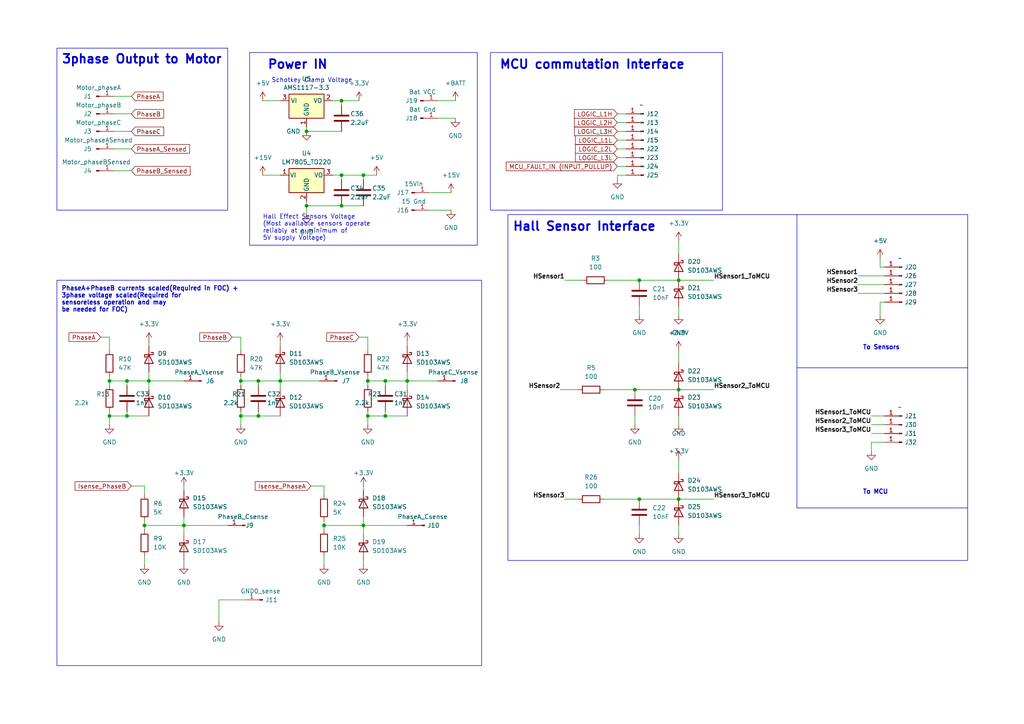
<source format=kicad_sch>
(kicad_sch (version 20250114) (generator "eeschema") (generator_version "9.0")
  (paper "A4")
  (lib_symbols
    (symbol "Connector:Conn_01x01_Pin" (pin_names (offset 1.016) (hide yes))
      (property "Reference" "J" (at 0 2.54 0))
      (property "Value" "Conn_01x01_Pin" (at 0 -2.54 0))
      (symbol "Conn_01x01_Pin_1_1"
        (rectangle (start 0.8636 0.127) (end 0 -0.127) (stroke (width 0.1524)) (fill (type outline)))
        (polyline (pts (xy 1.27 0) (xy 0.8636 0)) (stroke (width 0.1524)))
        (pin passive line (at 5.08 0 180) (length 3.81) (name "Pin_1") (number "1"))
      )
    )
    (symbol "Device:C" (pin_numbers (hide yes)) (pin_names (offset 0.254))
      (property "Reference" "C" (at 0.635 2.54 0))
      (property "Value" "C" (at 0.635 -2.54 0))
      (symbol "C_0_1"
        (polyline (pts (xy -2.032 0.762) (xy 2.032 0.762)) (stroke (width 0.508)))
        (polyline (pts (xy -2.032 -0.762) (xy 2.032 -0.762)) (stroke (width 0.508)))
      )
      (symbol "C_1_1"
        (pin passive line (at 0 3.81 270) (length 2.794) (name "~") (number "1"))
        (pin passive line (at 0 -3.81 90) (length 2.794) (name "~") (number "2"))
      )
    )
    (symbol "Device:D_Schottky" (pin_numbers (hide yes)) (pin_names (offset 1.016) (hide yes))
      (property "Reference" "D" (at 0 2.54 0))
      (property "Value" "D_Schottky" (at 0 -2.54 0))
      (symbol "D_Schottky_0_1"
        (polyline (pts (xy -1.905 0.635) (xy -1.905 1.27) (xy -1.27 1.27) (xy -1.27 -1.27) (xy -0.635 -1.27) (xy -0.635 -0.635)) (stroke (width 0.254)))
        (polyline (pts (xy 1.27 1.27) (xy 1.27 -1.27) (xy -1.27 0) (xy 1.27 1.27)) (stroke (width 0.254)))
        (polyline (pts (xy 1.27 0) (xy -1.27 0)))
      )
      (symbol "D_Schottky_1_1"
        (pin passive line (at -3.81 0 0) (length 2.54) (name "K") (number "1"))
        (pin passive line (at 3.81 0 180) (length 2.54) (name "A") (number "2"))
      )
    )
    (symbol "Device:R" (pin_numbers (hide yes)) (pin_names (offset 0))
      (property "Reference" "R" (at 2.032 0 90))
      (property "Value" "R" (at 0 0 90))
      (symbol "R_0_1"
        (rectangle (start -1.016 -2.54) (end 1.016 2.54) (stroke (width 0.254)))
      )
      (symbol "R_1_1"
        (pin passive line (at 0 3.81 270) (length 1.27) (name "~") (number "1"))
        (pin passive line (at 0 -3.81 90) (length 1.27) (name "~") (number "2"))
      )
    )
    (symbol "Regulator_Linear:AMS1117-3.3"
      (property "Reference" "U" (at -3.81 3.175 0))
      (property "Value" "AMS1117-3.3" (at 0 3.175 0))
      (symbol "AMS1117-3.3_0_1"
        (rectangle (start -5.08 -5.08) (end 5.08 1.905) (stroke (width 0.254)) (fill (type background)))
      )
      (symbol "AMS1117-3.3_1_1"
        (pin power_in line (at -7.62 0 0) (length 2.54) (name "VI") (number "3"))
        (pin power_in line (at 0 -7.62 90) (length 2.54) (name "GND") (number "1"))
        (pin power_out line (at 7.62 0 180) (length 2.54) (name "VO") (number "2"))
      )
    )
    (symbol "Regulator_Linear:LM7805_TO220" (pin_names (offset 0.254))
      (property "Reference" "U" (at -3.81 3.175 0))
      (property "Value" "LM7805_TO220" (at 0 3.175 0))
      (symbol "LM7805_TO220_0_1"
        (rectangle (start -5.08 1.905) (end 5.08 -5.08) (stroke (width 0.254)) (fill (type background)))
      )
      (symbol "LM7805_TO220_1_1"
        (pin power_in line (at -7.62 0 0) (length 2.54) (name "VI") (number "1"))
        (pin power_in line (at 0 -7.62 90) (length 2.54) (name "GND") (number "2"))
        (pin power_out line (at 7.62 0 180) (length 2.54) (name "VO") (number "3"))
      )
    )
    (symbol "power:+15V" (power) (pin_names (offset 0))
      (property "Value" "+15V" (at 0 3.556 0))
      (symbol "+15V_0_1"
        (polyline (pts (xy -0.762 1.27) (xy 0 2.54)))
        (polyline (pts (xy 0 2.54) (xy 0.762 1.27)))
        (polyline (pts (xy 0 0) (xy 0 2.54)))
      )
      (symbol "+15V_1_1"
        (pin power_in line (at 0 0 90) (length 0) (hide yes) (name "+15V") (number "1"))
      )
    )
    (symbol "power:+3.3V" (power) (pin_names (offset 0))
      (property "Value" "+3.3V" (at 0 3.556 0))
      (symbol "+3.3V_0_1"
        (polyline (pts (xy -0.762 1.27) (xy 0 2.54)))
        (polyline (pts (xy 0 2.54) (xy 0.762 1.27)))
        (polyline (pts (xy 0 0) (xy 0 2.54)))
      )
      (symbol "+3.3V_1_1"
        (pin power_in line (at 0 0 90) (length 0) (hide yes) (name "+3.3V") (number "1"))
      )
    )
    (symbol "power:+5V" (power) (pin_names (offset 0))
      (property "Value" "+5V" (at 0 3.556 0))
      (symbol "+5V_0_1"
        (polyline (pts (xy -0.762 1.27) (xy 0 2.54)))
        (polyline (pts (xy 0 2.54) (xy 0.762 1.27)))
        (polyline (pts (xy 0 0) (xy 0 2.54)))
      )
      (symbol "+5V_1_1"
        (pin power_in line (at 0 0 90) (length 0) (hide yes) (name "+5V") (number "1"))
      )
    )
    (symbol "power:+BATT" (power) (pin_names (offset 0))
      (property "Value" "+BATT" (at 0 3.556 0))
      (symbol "+BATT_0_1"
        (polyline (pts (xy -0.762 1.27) (xy 0 2.54)))
        (polyline (pts (xy 0 2.54) (xy 0.762 1.27)))
        (polyline (pts (xy 0 0) (xy 0 2.54)))
      )
      (symbol "+BATT_1_1"
        (pin power_in line (at 0 0 90) (length 0) (hide yes) (name "+BATT") (number "1"))
      )
    )
    (symbol "power:GND" (power) (pin_names (offset 0))
      (property "Value" "GND" (at 0 -3.81 0))
      (symbol "GND_0_1"
        (polyline (pts (xy 0 0) (xy 0 -1.27) (xy 1.27 -1.27) (xy 0 -2.54) (xy -1.27 -1.27) (xy 0 -1.27)))
      )
      (symbol "GND_1_1"
        (pin power_in line (at 0 0 270) (length 0) (hide yes) (name "GND") (number "1"))
      )
    )
  )
  (rectangle (start 72.39 15.24) (end 138.43 71.12))
  (rectangle (start 16.51 13.97) (end 66.04 60.96))
  (rectangle (start 142.24 15.24) (end 209.55 60.96))
  (rectangle (start 16.51 81.28) (end 139.7 193.04))
  (rectangle (start 147.32 62.23) (end 280.67 162.56))
  (text "Schotkey Clamp Voltage\n" (at 78.74 24.13 0) (effects (font (size 1.27 1.27)) (justify left bottom)))
  (text "To MCU\n" (at 250.19 143.51 0) (effects (font (size 1.27 1.27) (bold yes)) (justify left bottom)))
  (text "PhaseA+PhaseB currents scaled(Required in FOC) +\n3phase voltage scaled(Required for\nsensoreless operation and may\nbe needed for FOC)\n\n" (at 17.78 92.71 0) (effects (font (size 1.27 1.27) (bold yes)) (justify left bottom)))
  (text "Hall Effect Sensors Voltage\n(Most available sensors operate\nreliably at a minimum of\n5V supply Voltage)\n" (at 76.2 69.85 0) (effects (font (size 1.27 1.27)) (justify left bottom)))
  (text "3phase Output to Motor\n\n" (at 17.78 22.86 0) (effects (font (size 2.54 2.54) (bold yes)) (justify left bottom)))
  (text "MCU commutation Interface\n" (at 144.78 20.32 0) (effects (font (size 2.54 2.54) (bold yes)) (justify left bottom)))
  (text "Power IN\n" (at 77.47 20.32 0) (effects (font (size 2.54 2.54) (bold yes)) (justify left bottom)))
  (text "Hall Sensor Interface\n" (at 148.59 67.31 0) (effects (font (size 2.54 2.54) (bold yes)) (justify left bottom)))
  (text "To Sensors\n" (at 250.19 101.6 0) (effects (font (size 1.27 1.27) (bold yes)) (justify left bottom)))
  (junction (at 69.85 120.65))
  (junction (at 31.75 120.65))
  (junction (at 81.28 110.49))
  (junction (at 196.85 144.78))
  (junction (at 99.06 50.8))
  (junction (at 88.9 59.69))
  (junction (at 118.11 110.49))
  (junction (at 106.68 120.65))
  (junction (at 105.41 50.8))
  (junction (at 106.68 110.49))
  (junction (at 36.83 120.65))
  (junction (at 93.98 152.4))
  (junction (at 69.85 110.49))
  (junction (at 111.76 110.49))
  (junction (at 111.76 120.65))
  (junction (at 196.85 81.28))
  (junction (at 31.75 110.49))
  (junction (at 53.34 152.4))
  (junction (at 185.42 81.28))
  (junction (at 43.18 110.49))
  (junction (at 105.41 152.4))
  (junction (at 74.93 120.65))
  (junction (at 99.06 29.21))
  (junction (at 184.15 113.03))
  (junction (at 196.85 113.03))
  (junction (at 74.93 110.49))
  (junction (at 88.9 38.1))
  (junction (at 41.91 152.4))
  (junction (at 36.83 110.49))
  (junction (at 99.06 59.69))
  (junction (at 185.42 144.78))
  (wire (pts (xy 118.11 99.06) (xy 118.11 100.33)))
  (wire (pts (xy 179.07 33.02) (xy 181.61 33.02)))
  (wire (pts (xy 90.17 140.97) (xy 93.98 140.97)))
  (wire (pts (xy 106.68 110.49) (xy 106.68 111.76)))
  (wire (pts (xy 43.18 110.49) (xy 53.34 110.49)))
  (wire (pts (xy 179.07 45.72) (xy 181.61 45.72)))
  (wire (pts (xy 162.56 113.03) (xy 167.64 113.03)))
  (wire (pts (xy 248.92 85.09) (xy 256.54 85.09)))
  (wire (pts (xy 74.93 110.49) (xy 81.28 110.49)))
  (wire (pts (xy 33.02 43.18) (xy 38.1 43.18)))
  (wire (pts (xy 33.02 27.94) (xy 38.1 27.94)))
  (wire (pts (xy 74.93 119.38) (xy 74.93 120.65)))
  (wire (pts (xy 93.98 152.4) (xy 93.98 153.67)))
  (wire (pts (xy 179.07 40.64) (xy 181.61 40.64)))
  (wire (pts (xy 196.85 133.35) (xy 196.85 137.16)))
  (wire (pts (xy 105.41 162.56) (xy 105.41 163.83)))
  (wire (pts (xy 105.41 50.8) (xy 109.22 50.8)))
  (wire (pts (xy 69.85 120.65) (xy 69.85 123.19)))
  (wire (pts (xy 53.34 149.86) (xy 53.34 152.4)))
  (polyline (pts (xy 231.14 106.68) (xy 231.14 147.32)))
  (wire (pts (xy 69.85 119.38) (xy 69.85 120.65)))
  (wire (pts (xy 53.34 152.4) (xy 53.34 154.94)))
  (wire (pts (xy 255.27 77.47) (xy 256.54 77.47)))
  (wire (pts (xy 179.07 50.8) (xy 179.07 52.07)))
  (wire (pts (xy 93.98 152.4) (xy 105.41 152.4)))
  (wire (pts (xy 81.28 110.49) (xy 92.71 110.49)))
  (wire (pts (xy 74.93 110.49) (xy 74.93 111.76)))
  (wire (pts (xy 252.73 125.73) (xy 256.54 125.73)))
  (wire (pts (xy 41.91 140.97) (xy 41.91 143.51)))
  (wire (pts (xy 67.31 97.79) (xy 69.85 97.79)))
  (wire (pts (xy 31.75 109.22) (xy 31.75 110.49)))
  (wire (pts (xy 53.34 162.56) (xy 53.34 163.83)))
  (wire (pts (xy 124.46 55.88) (xy 130.81 55.88)))
  (wire (pts (xy 105.41 50.8) (xy 105.41 52.07)))
  (wire (pts (xy 99.06 29.21) (xy 104.14 29.21)))
  (wire (pts (xy 196.85 120.65) (xy 196.85 123.19)))
  (polyline (pts (xy 231.14 147.32) (xy 280.67 147.32)))
  (wire (pts (xy 69.85 110.49) (xy 74.93 110.49)))
  (wire (pts (xy 93.98 161.29) (xy 93.98 163.83)))
  (wire (pts (xy 111.76 120.65) (xy 118.11 120.65)))
  (wire (pts (xy 111.76 110.49) (xy 111.76 111.76)))
  (wire (pts (xy 33.02 38.1) (xy 38.1 38.1)))
  (wire (pts (xy 175.26 113.03) (xy 184.15 113.03)))
  (wire (pts (xy 252.73 120.65) (xy 256.54 120.65)))
  (wire (pts (xy 106.68 120.65) (xy 111.76 120.65)))
  (wire (pts (xy 53.34 140.97) (xy 53.34 142.24)))
  (wire (pts (xy 99.06 50.8) (xy 99.06 52.07)))
  (wire (pts (xy 69.85 97.79) (xy 69.85 101.6)))
  (wire (pts (xy 38.1 140.97) (xy 41.91 140.97)))
  (wire (pts (xy 106.68 119.38) (xy 106.68 120.65)))
  (wire (pts (xy 106.68 97.79) (xy 106.68 101.6)))
  (wire (pts (xy 99.06 29.21) (xy 99.06 30.48)))
  (wire (pts (xy 29.21 97.79) (xy 31.75 97.79)))
  (wire (pts (xy 252.73 123.19) (xy 256.54 123.19)))
  (wire (pts (xy 96.52 29.21) (xy 99.06 29.21)))
  (wire (pts (xy 106.68 120.65) (xy 106.68 123.19)))
  (wire (pts (xy 31.75 110.49) (xy 31.75 111.76)))
  (wire (pts (xy 63.5 173.99) (xy 71.12 173.99)))
  (wire (pts (xy 118.11 110.49) (xy 118.11 113.03)))
  (wire (pts (xy 118.11 107.95) (xy 118.11 110.49)))
  (wire (pts (xy 36.83 110.49) (xy 36.83 111.76)))
  (wire (pts (xy 105.41 140.97) (xy 105.41 142.24)))
  (wire (pts (xy 106.68 109.22) (xy 106.68 110.49)))
  (wire (pts (xy 99.06 50.8) (xy 105.41 50.8)))
  (wire (pts (xy 43.18 107.95) (xy 43.18 110.49)))
  (wire (pts (xy 88.9 59.69) (xy 99.06 59.69)))
  (wire (pts (xy 111.76 110.49) (xy 118.11 110.49)))
  (wire (pts (xy 88.9 38.1) (xy 99.06 38.1)))
  (wire (pts (xy 43.18 110.49) (xy 43.18 113.03)))
  (wire (pts (xy 69.85 110.49) (xy 69.85 111.76)))
  (wire (pts (xy 196.85 88.9) (xy 196.85 91.44)))
  (wire (pts (xy 248.92 80.01) (xy 256.54 80.01)))
  (wire (pts (xy 105.41 152.4) (xy 118.11 152.4)))
  (wire (pts (xy 81.28 107.95) (xy 81.28 110.49)))
  (wire (pts (xy 41.91 151.13) (xy 41.91 152.4)))
  (wire (pts (xy 76.2 29.21) (xy 81.28 29.21)))
  (wire (pts (xy 31.75 120.65) (xy 31.75 123.19)))
  (wire (pts (xy 248.92 82.55) (xy 256.54 82.55)))
  (wire (pts (xy 31.75 120.65) (xy 36.83 120.65)))
  (wire (pts (xy 127 29.21) (xy 132.08 29.21)))
  (wire (pts (xy 185.42 144.78) (xy 196.85 144.78)))
  (wire (pts (xy 175.26 144.78) (xy 185.42 144.78)))
  (wire (pts (xy 196.85 81.28) (xy 207.01 81.28)))
  (wire (pts (xy 256.54 87.63) (xy 255.27 87.63)))
  (wire (pts (xy 69.85 120.65) (xy 74.93 120.65)))
  (wire (pts (xy 31.75 97.79) (xy 31.75 101.6)))
  (wire (pts (xy 36.83 119.38) (xy 36.83 120.65)))
  (wire (pts (xy 105.41 149.86) (xy 105.41 152.4)))
  (wire (pts (xy 163.83 144.78) (xy 167.64 144.78)))
  (wire (pts (xy 252.73 128.27) (xy 252.73 130.81)))
  (wire (pts (xy 106.68 110.49) (xy 111.76 110.49)))
  (wire (pts (xy 256.54 128.27) (xy 252.73 128.27)))
  (wire (pts (xy 36.83 110.49) (xy 43.18 110.49)))
  (wire (pts (xy 63.5 180.34) (xy 63.5 173.99)))
  (wire (pts (xy 196.85 144.78) (xy 207.01 144.78)))
  (wire (pts (xy 179.07 43.18) (xy 181.61 43.18)))
  (wire (pts (xy 81.28 99.06) (xy 81.28 100.33)))
  (wire (pts (xy 74.93 120.65) (xy 81.28 120.65)))
  (wire (pts (xy 196.85 113.03) (xy 207.01 113.03)))
  (wire (pts (xy 96.52 50.8) (xy 99.06 50.8)))
  (wire (pts (xy 255.27 74.93) (xy 255.27 77.47)))
  (wire (pts (xy 31.75 119.38) (xy 31.75 120.65)))
  (wire (pts (xy 184.15 120.65) (xy 184.15 123.19)))
  (polyline (pts (xy 231.14 62.23) (xy 231.14 106.68)))
  (wire (pts (xy 93.98 151.13) (xy 93.98 152.4)))
  (wire (pts (xy 88.9 59.69) (xy 88.9 62.23)))
  (wire (pts (xy 93.98 140.97) (xy 93.98 143.51)))
  (wire (pts (xy 76.2 50.8) (xy 81.28 50.8)))
  (polyline (pts (xy 231.14 106.68) (xy 280.67 106.68)))
  (wire (pts (xy 118.11 110.49) (xy 127 110.49)))
  (wire (pts (xy 179.07 35.56) (xy 181.61 35.56)))
  (wire (pts (xy 41.91 152.4) (xy 41.91 153.67)))
  (wire (pts (xy 69.85 109.22) (xy 69.85 110.49)))
  (wire (pts (xy 81.28 110.49) (xy 81.28 113.03)))
  (wire (pts (xy 163.83 81.28) (xy 168.91 81.28)))
  (wire (pts (xy 33.02 33.02) (xy 38.1 33.02)))
  (wire (pts (xy 43.18 99.06) (xy 43.18 100.33)))
  (wire (pts (xy 41.91 152.4) (xy 53.34 152.4)))
  (wire (pts (xy 179.07 48.26) (xy 181.61 48.26)))
  (wire (pts (xy 104.14 97.79) (xy 106.68 97.79)))
  (wire (pts (xy 41.91 161.29) (xy 41.91 163.83)))
  (wire (pts (xy 111.76 119.38) (xy 111.76 120.65)))
  (wire (pts (xy 196.85 69.85) (xy 196.85 73.66)))
  (wire (pts (xy 127 34.29) (xy 132.08 34.29)))
  (wire (pts (xy 53.34 152.4) (xy 66.04 152.4)))
  (wire (pts (xy 179.07 38.1) (xy 181.61 38.1)))
  (wire (pts (xy 88.9 36.83) (xy 88.9 38.1)))
  (wire (pts (xy 176.53 81.28) (xy 185.42 81.28)))
  (wire (pts (xy 33.02 49.53) (xy 38.1 49.53)))
  (wire (pts (xy 196.85 101.6) (xy 196.85 105.41)))
  (wire (pts (xy 185.42 81.28) (xy 196.85 81.28)))
  (wire (pts (xy 184.15 113.03) (xy 196.85 113.03)))
  (wire (pts (xy 99.06 59.69) (xy 105.41 59.69)))
  (wire (pts (xy 185.42 152.4) (xy 185.42 154.94)))
  (wire (pts (xy 124.46 60.96) (xy 130.81 60.96)))
  (wire (pts (xy 88.9 58.42) (xy 88.9 59.69)))
  (wire (pts (xy 179.07 50.8) (xy 181.61 50.8)))
  (wire (pts (xy 185.42 88.9) (xy 185.42 91.44)))
  (wire (pts (xy 36.83 120.65) (xy 43.18 120.65)))
  (wire (pts (xy 255.27 87.63) (xy 255.27 91.44)))
  (wire (pts (xy 31.75 110.49) (xy 36.83 110.49)))
  (wire (pts (xy 105.41 152.4) (xy 105.41 154.94)))
  (wire (pts (xy 196.85 152.4) (xy 196.85 154.94)))
  (label "HSensor3" (at 163.83 144.78 180) (effects (font (bold yes))))
  (label "HSensor3_ToMCU" (at 207.01 144.78 0) (effects (font (bold yes))))
  (label "HSensor3_ToMCU" (at 252.73 125.73 180) (effects (font (bold yes))))
  (label "HSensor2" (at 248.92 82.55 180) (effects (font (bold yes))))
  (label "HSensor1" (at 248.92 80.01 180) (effects (font (bold yes))))
  (label "HSensor3" (at 248.92 85.09 180) (effects (font (bold yes))))
  (label "HSensor1" (at 163.83 81.28 180) (effects (font (bold yes))))
  (label "HSensor2_ToMCU" (at 252.73 123.19 180) (effects (font (bold yes))))
  (label "HSensor2_ToMCU" (at 207.01 113.03 0) (effects (font (bold yes))))
  (label "HSensor1_ToMCU" (at 252.73 120.65 180) (effects (font (bold yes))))
  (label "HSensor2" (at 162.56 113.03 180) (effects (font (bold yes))))
  (label "HSensor1_ToMCU" (at 207.01 81.28 0) (effects (font (bold yes))))
  (global_label "PhaseB_Sensed" (shape input) (at 38.1 49.53 0) (property "Intersheetrefs" "${INTERSHEET_REFS}" (effects (hide yes))))
  (global_label "PhaseC" (shape input) (at 38.1 38.1 0) (property "Intersheetrefs" "${INTERSHEET_REFS}" (effects (hide yes))))
  (global_label "LOGIC_L2H" (shape input) (at 179.07 35.56 180) (property "Intersheetrefs" "${INTERSHEET_REFS}" (effects (hide yes))))
  (global_label "LOGIC_L3H" (shape input) (at 179.07 38.1 180) (property "Intersheetrefs" "${INTERSHEET_REFS}" (effects (hide yes))))
  (global_label "PhaseA" (shape input) (at 38.1 27.94 0) (property "Intersheetrefs" "${INTERSHEET_REFS}" (effects (hide yes))))
  (global_label "LOGIC_L1L" (shape input) (at 179.07 40.64 180) (property "Intersheetrefs" "${INTERSHEET_REFS}" (effects (hide yes))))
  (global_label "LOGIC_L3L" (shape input) (at 179.07 45.72 180) (property "Intersheetrefs" "${INTERSHEET_REFS}" (effects (hide yes))))
  (global_label "LOGIC_L2L" (shape input) (at 179.07 43.18 180) (property "Intersheetrefs" "${INTERSHEET_REFS}" (effects (hide yes))))
  (global_label "Isense_PhaseB" (shape input) (at 38.1 140.97 180) (property "Intersheetrefs" "${INTERSHEET_REFS}" (effects (hide yes))))
  (global_label "PhaseB" (shape input) (at 38.1 33.02 0) (property "Intersheetrefs" "${INTERSHEET_REFS}" (effects (hide yes))))
  (global_label "PhaseA" (shape input) (at 29.21 97.79 180) (property "Intersheetrefs" "${INTERSHEET_REFS}" (effects (hide yes))))
  (global_label "PhaseC" (shape input) (at 104.14 97.79 180) (property "Intersheetrefs" "${INTERSHEET_REFS}" (effects (hide yes))))
  (global_label "MCU_FAULT_IN (INPUT_PULLUP)" (shape input) (at 179.07 48.26 180) (property "Intersheetrefs" "${INTERSHEET_REFS}" (effects (hide yes))))
  (global_label "PhaseB" (shape input) (at 67.31 97.79 180) (property "Intersheetrefs" "${INTERSHEET_REFS}" (effects (hide yes))))
  (global_label "LOGIC_L1H" (shape input) (at 179.07 33.02 180) (property "Intersheetrefs" "${INTERSHEET_REFS}" (effects (hide yes))))
  (global_label "Isense_PhaseA" (shape input) (at 90.17 140.97 180) (property "Intersheetrefs" "${INTERSHEET_REFS}" (effects (hide yes))))
  (global_label "PhaseA_Sensed" (shape input) (at 38.1 43.18 0) (property "Intersheetrefs" "${INTERSHEET_REFS}" (effects (hide yes))))
  (symbol (lib_id "Connector:Conn_01x01_Pin") (at 186.69 45.72 180) (unit 1)
    (property "Reference" "J23" (at 189.23 45.72 0))
    (property "Value" "~" (at 186.055 43.18 0))
    (property "Footprint" "Connector_Wire:SolderWirePad_1x01_SMD_1x2mm" (effects (hide yes)))
  )
  (symbol (lib_id "Connector:Conn_01x01_Pin") (at 121.92 29.21 0) (unit 1)
    (property "Reference" "J19" (at 119.38 29.21 0))
    (property "Value" "Bat VCC" (at 122.555 26.67 0))
    (property "Footprint" "libMain:12AWG cableSoldered" (effects (hide yes)))
  )
  (symbol (lib_id "Connector:Conn_01x01_Pin") (at 186.69 50.8 180) (unit 1)
    (property "Reference" "J25" (at 189.23 50.8 0))
    (property "Value" "~" (at 186.055 48.26 0))
    (property "Footprint" "Connector_Wire:SolderWirePad_1x01_SMD_1x2mm" (effects (hide yes)))
  )
  (symbol (lib_id "Device:C") (at 185.42 85.09 0) (unit 1)
    (property "Reference" "C21" (at 189.23 83.82 0) (effects (justify left)))
    (property "Value" "10nF" (at 189.23 86.36 0) (effects (justify left)))
    (property "Footprint" "Capacitor_SMD:C_0805_2012Metric_Pad1.18x1.45mm_HandSolder" (effects (hide yes)))
  )
  (symbol (lib_id "Connector:Conn_01x01_Pin") (at 186.69 35.56 180) (unit 1)
    (property "Reference" "J13" (at 189.23 35.56 0))
    (property "Value" "~" (at 186.055 33.02 0))
    (property "Footprint" "Connector_Wire:SolderWirePad_1x01_SMD_1x2mm" (effects (hide yes)))
  )
  (symbol (lib_id "Device:C") (at 99.06 34.29 0) (unit 1)
    (property "Reference" "C36" (at 101.6 33.02 0) (effects (justify left)))
    (property "Value" "2.2uF" (at 101.6 35.56 0) (effects (justify left)))
    (property "Footprint" "Capacitor_SMD:C_0805_2012Metric_Pad1.18x1.45mm_HandSolder" (effects (hide yes)))
  )
  (symbol (lib_id "power:GND") (at 88.9 38.1 0) (unit 1)
    (property "Reference" "#PWR043" (effects (hide yes)))
    (property "Value" "GND" (at 85.09 38.1 0))
  )
  (symbol (lib_id "Connector:Conn_01x01_Pin") (at 261.62 120.65 180) (unit 1)
    (property "Reference" "J21" (at 264.16 120.65 0))
    (property "Value" "~" (at 260.985 118.11 0))
    (property "Footprint" "Connector_Wire:SolderWirePad_1x01_SMD_1x2mm" (effects (hide yes)))
  )
  (symbol (lib_id "Connector:Conn_01x01_Pin") (at 121.92 34.29 0) (unit 1)
    (property "Reference" "J18" (at 119.38 34.29 0))
    (property "Value" "Bat Gnd" (at 122.555 31.75 0))
    (property "Footprint" "libMain:12AWG cableSoldered" (effects (hide yes)))
  )
  (symbol (lib_id "power:GND") (at 252.73 130.81 0) (unit 1)
    (property "Reference" "#PWR048" (effects (hide yes)))
    (property "Value" "GND" (at 252.73 135.89 0))
  )
  (symbol (lib_id "Connector:Conn_01x01_Pin") (at 261.62 123.19 180) (unit 1)
    (property "Reference" "J30" (at 264.16 123.19 0))
    (property "Value" "~" (at 260.985 120.65 0))
    (property "Footprint" "Connector_Wire:SolderWirePad_1x01_SMD_1x2mm" (effects (hide yes)))
  )
  (symbol (lib_id "Device:D_Schottky") (at 43.18 104.14 270) (unit 1)
    (property "Reference" "D9" (at 45.72 102.5525 90) (effects (justify left)))
    (property "Value" "SD103AWS" (at 45.72 105.0925 90) (effects (justify left)))
    (property "Footprint" "Diode_SMD:D_SOD-323_HandSoldering" (effects (hide yes)))
  )
  (symbol (lib_id "Device:R") (at 106.68 115.57 0) (unit 1)
    (property "Reference" "R23" (at 106.68 114.3 0) (effects (justify left)))
    (property "Value" "2.2k" (at 102.87 116.84 0) (effects (justify left)))
    (property "Footprint" "PCM_Resistor_SMD_AKL:R_0805_2012Metric_Pad1.15x1.40mm_HandSolder" (effects (hide yes)))
  )
  (symbol (lib_id "Device:D_Schottky") (at 196.85 109.22 270) (unit 1)
    (property "Reference" "D22" (at 199.39 107.6325 90) (effects (justify left)))
    (property "Value" "SD103AWS" (at 199.39 110.1725 90) (effects (justify left)))
    (property "Footprint" "Diode_SMD:D_SOD-323_HandSoldering" (effects (hide yes)))
  )
  (symbol (lib_id "Device:D_Schottky") (at 196.85 140.97 270) (unit 1)
    (property "Reference" "D24" (at 199.39 139.3825 90) (effects (justify left)))
    (property "Value" "SD103AWS" (at 199.39 141.9225 90) (effects (justify left)))
    (property "Footprint" "Diode_SMD:D_SOD-323_HandSoldering" (effects (hide yes)))
  )
  (symbol (lib_id "Connector:Conn_01x01_Pin") (at 97.79 110.49 180) (unit 1)
    (property "Reference" "J7" (at 100.33 110.49 0))
    (property "Value" "PhaseB_Vsense" (at 97.155 107.95 0))
    (property "Footprint" "Connector_Wire:SolderWire-0.5sqmm_1x01_D0.9mm_OD2.3mm" (effects (hide yes)))
  )
  (symbol (lib_id "power:+3.3V") (at 118.11 99.06 0) (unit 1)
    (property "Reference" "#PWR032" (effects (hide yes)))
    (property "Value" "+3.3V" (at 118.11 93.98 0))
  )
  (symbol (lib_id "power:+3.3V") (at 196.85 69.85 0) (unit 1)
    (property "Reference" "#PWR052" (effects (hide yes)))
    (property "Value" "+3.3V" (at 196.85 64.77 0))
  )
  (symbol (lib_id "Device:R") (at 171.45 113.03 90) (unit 1)
    (property "Reference" "R5" (at 171.45 106.68 90))
    (property "Value" "100" (at 171.45 109.22 90))
    (property "Footprint" "Resistor_SMD:R_1206_3216Metric_Pad1.30x1.75mm_HandSolder" (effects (hide yes)))
  )
  (symbol (lib_id "power:GND") (at 132.08 34.29 0) (unit 1)
    (property "Reference" "#PWR045" (effects (hide yes)))
    (property "Value" "GND" (at 132.08 39.37 0))
  )
  (symbol (lib_id "Device:R") (at 172.72 81.28 90) (unit 1)
    (property "Reference" "R3" (at 172.72 74.93 90))
    (property "Value" "100" (at 172.72 77.47 90))
    (property "Footprint" "Resistor_SMD:R_1206_3216Metric_Pad1.30x1.75mm_HandSolder" (effects (hide yes)))
  )
  (symbol (lib_id "power:+3.3V") (at 81.28 99.06 0) (unit 1)
    (property "Reference" "#PWR030" (effects (hide yes)))
    (property "Value" "+3.3V" (at 81.28 93.98 0))
  )
  (symbol (lib_id "power:GND") (at 63.5 180.34 0) (unit 1)
    (property "Reference" "#PWR019" (effects (hide yes)))
    (property "Value" "GND" (at 63.5 185.42 0))
  )
  (symbol (lib_id "Connector:Conn_01x01_Pin") (at 123.19 152.4 180) (unit 1)
    (property "Reference" "J10" (at 125.73 152.4 0))
    (property "Value" "PhaseA_Csense" (at 122.555 149.86 0))
    (property "Footprint" "Connector_Wire:SolderWire-0.5sqmm_1x01_D0.9mm_OD2.3mm" (effects (hide yes)))
  )
  (symbol (lib_id "Device:R") (at 69.85 105.41 0) (unit 1)
    (property "Reference" "R20" (at 72.39 104.14 0) (effects (justify left)))
    (property "Value" "47K" (at 72.39 106.68 0) (effects (justify left)))
    (property "Footprint" "PCM_Resistor_SMD_AKL:R_0805_2012Metric_Pad1.15x1.40mm_HandSolder" (effects (hide yes)))
  )
  (symbol (lib_id "Connector:Conn_01x01_Pin") (at 261.62 87.63 180) (unit 1)
    (property "Reference" "J29" (at 264.16 87.63 0))
    (property "Value" "~" (at 260.985 85.09 0))
    (property "Footprint" "Connector_Wire:SolderWire-1sqmm_1x01_D1.4mm_OD3.9mm" (effects (hide yes)))
  )
  (symbol (lib_id "power:GND") (at 130.81 60.96 0) (unit 1)
    (property "Reference" "#PWR044" (effects (hide yes)))
    (property "Value" "GND" (at 130.81 66.04 0))
  )
  (symbol (lib_id "Device:D_Schottky") (at 196.85 85.09 270) (unit 1)
    (property "Reference" "D21" (at 199.39 83.5025 90) (effects (justify left)))
    (property "Value" "SD103AWS" (at 199.39 86.0425 90) (effects (justify left)))
    (property "Footprint" "Diode_SMD:D_SOD-323_HandSoldering" (effects (hide yes)))
  )
  (symbol (lib_id "Connector:Conn_01x01_Pin") (at 119.38 60.96 0) (unit 1)
    (property "Reference" "J16" (at 116.84 60.96 0))
    (property "Value" "15 Gnd" (at 120.015 58.42 0))
    (property "Footprint" "Connector_Wire:SolderWire-0.75sqmm_1x01_D1.25mm_OD3.5mm" (effects (hide yes)))
  )
  (symbol (lib_id "Device:C") (at 99.06 55.88 0) (unit 1)
    (property "Reference" "C34" (at 101.6 54.61 0) (effects (justify left)))
    (property "Value" "2.2uF" (at 101.6 57.15 0) (effects (justify left)))
    (property "Footprint" "Capacitor_SMD:C_0805_2012Metric_Pad1.18x1.45mm_HandSolder" (effects (hide yes)))
  )
  (symbol (lib_id "Device:D_Schottky") (at 81.28 116.84 270) (unit 1)
    (property "Reference" "D12" (at 83.82 115.2525 90) (effects (justify left)))
    (property "Value" "SD103AWS" (at 83.82 117.7925 90) (effects (justify left)))
    (property "Footprint" "Diode_SMD:D_SOD-323_HandSoldering" (effects (hide yes)))
  )
  (symbol (lib_id "Connector:Conn_01x01_Pin") (at 27.94 49.53 0) (unit 1)
    (property "Reference" "J4" (at 25.4 49.53 0))
    (property "Value" "Motor_phaseBSensed" (at 27.94 46.99 0))
    (property "Footprint" "libMain:10AWG cableSoldered" (effects (hide yes)))
  )
  (symbol (lib_id "power:GND") (at 196.85 91.44 0) (unit 1)
    (property "Reference" "#PWR055" (effects (hide yes)))
    (property "Value" "GND" (at 196.85 96.52 0))
  )
  (symbol (lib_id "Device:D_Schottky") (at 43.18 116.84 270) (unit 1)
    (property "Reference" "D10" (at 45.72 115.2525 90) (effects (justify left)))
    (property "Value" "SD103AWS" (at 45.72 117.7925 90) (effects (justify left)))
    (property "Footprint" "Diode_SMD:D_SOD-323_HandSoldering" (effects (hide yes)))
  )
  (symbol (lib_id "Connector:Conn_01x01_Pin") (at 261.62 77.47 180) (unit 1)
    (property "Reference" "J20" (at 264.16 77.47 0))
    (property "Value" "~" (at 260.985 74.93 0))
    (property "Footprint" "Connector_Wire:SolderWire-1sqmm_1x01_D1.4mm_OD3.9mm" (effects (hide yes)))
  )
  (symbol (lib_id "power:+3.3V") (at 196.85 133.35 0) (unit 1)
    (property "Reference" "#PWR056" (effects (hide yes)))
    (property "Value" "+3.3V" (at 196.85 130.81 0))
  )
  (symbol (lib_id "power:+3.3V") (at 53.34 140.97 0) (unit 1)
    (property "Reference" "#PWR033" (effects (hide yes)))
    (property "Value" "+3.3V" (at 53.34 137.16 0))
  )
  (symbol (lib_id "power:GND") (at 185.42 154.94 0) (unit 1)
    (property "Reference" "#PWR051" (effects (hide yes)))
    (property "Value" "GND" (at 185.42 160.02 0))
  )
  (symbol (lib_id "power:GND") (at 196.85 154.94 0) (unit 1)
    (property "Reference" "#PWR057" (effects (hide yes)))
    (property "Value" "GND" (at 196.85 160.02 0))
  )
  (symbol (lib_id "Device:C") (at 74.93 115.57 180) (unit 1)
    (property "Reference" "C32" (at 77.47 114.3 0) (effects (justify right)))
    (property "Value" "1nF" (at 77.47 116.84 0) (effects (justify right)))
    (property "Footprint" "Capacitor_SMD:C_0805_2012Metric_Pad1.18x1.45mm_HandSolder" (effects (hide yes)))
  )
  (symbol (lib_id "Device:R") (at 31.75 115.57 0) (unit 1)
    (property "Reference" "R13" (at 27.94 114.3 0) (effects (justify left)))
    (property "Value" "2.2k" (at 21.59 116.84 0) (effects (justify left)))
    (property "Footprint" "PCM_Resistor_SMD_AKL:R_0805_2012Metric_Pad1.15x1.40mm_HandSolder" (effects (hide yes)))
  )
  (symbol (lib_id "Connector:Conn_01x01_Pin") (at 27.94 38.1 0) (unit 1)
    (property "Reference" "J3" (at 25.4 38.1 0))
    (property "Value" "Motor_phaseC" (at 28.575 35.56 0))
    (property "Footprint" "libMain:10AWG cableSoldered" (effects (hide yes)))
  )
  (symbol (lib_id "power:GND") (at 184.15 123.19 0) (unit 1)
    (property "Reference" "#PWR050" (effects (hide yes)))
    (property "Value" "GND" (at 184.15 128.27 0))
  )
  (symbol (lib_id "Device:D_Schottky") (at 196.85 77.47 270) (unit 1)
    (property "Reference" "D20" (at 199.39 75.8825 90) (effects (justify left)))
    (property "Value" "SD103AWS" (at 199.39 78.4225 90) (effects (justify left)))
    (property "Footprint" "Diode_SMD:D_SOD-323_HandSoldering" (effects (hide yes)))
  )
  (symbol (lib_id "Connector:Conn_01x01_Pin") (at 27.94 33.02 0) (unit 1)
    (property "Reference" "J2" (at 25.4 33.02 0))
    (property "Value" "Motor_phaseB" (at 28.575 30.48 0))
    (property "Footprint" "libMain:10AWG cableSoldered" (effects (hide yes)))
  )
  (symbol (lib_id "Device:C") (at 105.41 55.88 0) (unit 1)
    (property "Reference" "C35" (at 107.95 54.61 0) (effects (justify left)))
    (property "Value" "2.2uF" (at 107.95 57.15 0) (effects (justify left)))
    (property "Footprint" "Capacitor_SMD:C_0805_2012Metric_Pad1.18x1.45mm_HandSolder" (effects (hide yes)))
  )
  (symbol (lib_id "power:+5V") (at 255.27 74.93 0) (unit 1)
    (property "Reference" "#PWR047" (effects (hide yes)))
    (property "Value" "+5V" (at 255.27 69.85 0))
  )
  (symbol (lib_id "Connector:Conn_01x01_Pin") (at 261.62 85.09 180) (unit 1)
    (property "Reference" "J28" (at 264.16 85.09 0))
    (property "Value" "~" (at 260.985 82.55 0))
    (property "Footprint" "Connector_Wire:SolderWire-1sqmm_1x01_D1.4mm_OD3.9mm" (effects (hide yes)))
  )
  (symbol (lib_id "Connector:Conn_01x01_Pin") (at 186.69 33.02 180) (unit 1)
    (property "Reference" "J12" (at 189.23 33.02 0))
    (property "Value" "~" (at 186.055 30.48 0))
    (property "Footprint" "Connector_Wire:SolderWirePad_1x01_SMD_1x2mm" (effects (hide yes)))
  )
  (symbol (lib_id "power:GND") (at 69.85 123.19 0) (unit 1)
    (property "Reference" "#PWR029" (effects (hide yes)))
    (property "Value" "GND" (at 69.85 128.27 0))
  )
  (symbol (lib_id "power:GND") (at 105.41 163.83 0) (unit 1)
    (property "Reference" "#PWR037" (effects (hide yes)))
    (property "Value" "GND" (at 105.41 168.91 0))
  )
  (symbol (lib_id "Device:R") (at 106.68 105.41 0) (unit 1)
    (property "Reference" "R22" (at 109.22 104.14 0) (effects (justify left)))
    (property "Value" "47K" (at 109.22 106.68 0) (effects (justify left)))
    (property "Footprint" "PCM_Resistor_SMD_AKL:R_0805_2012Metric_Pad1.15x1.40mm_HandSolder" (effects (hide yes)))
  )
  (symbol (lib_id "power:+3.3V") (at 196.85 101.6 0) (unit 1)
    (property "Reference" "#PWR053" (effects (hide yes)))
    (property "Value" "+3.3V" (at 196.85 96.52 0))
  )
  (symbol (lib_id "Connector:Conn_01x01_Pin") (at 261.62 128.27 180) (unit 1)
    (property "Reference" "J32" (at 264.16 128.27 0))
    (property "Value" "~" (at 260.985 125.73 0))
    (property "Footprint" "Connector_Wire:SolderWirePad_1x01_SMD_1x2mm" (effects (hide yes)))
  )
  (symbol (lib_id "Connector:Conn_01x01_Pin") (at 27.94 27.94 0) (unit 1)
    (property "Reference" "J1" (at 25.4 27.94 0))
    (property "Value" "Motor_phaseA" (at 28.575 25.4 0))
    (property "Footprint" "libMain:10AWG cableSoldered" (effects (hide yes)))
  )
  (symbol (lib_id "Connector:Conn_01x01_Pin") (at 58.42 110.49 180) (unit 1)
    (property "Reference" "J6" (at 60.96 110.49 0))
    (property "Value" "PhaseA_Vsense" (at 57.785 107.95 0))
    (property "Footprint" "Connector_Wire:SolderWire-0.5sqmm_1x01_D0.9mm_OD2.3mm" (effects (hide yes)))
  )
  (symbol (lib_id "power:GND") (at 41.91 163.83 0) (unit 1)
    (property "Reference" "#PWR020" (effects (hide yes)))
    (property "Value" "GND" (at 41.91 168.91 0))
  )
  (symbol (lib_id "Device:D_Schottky") (at 53.34 158.75 270) (unit 1)
    (property "Reference" "D17" (at 55.88 157.1625 90) (effects (justify left)))
    (property "Value" "SD103AWS" (at 55.88 159.7025 90) (effects (justify left)))
    (property "Footprint" "Diode_SMD:D_SOD-323_HandSoldering" (effects (hide yes)))
  )
  (symbol (lib_id "Device:R") (at 93.98 147.32 180) (unit 1)
    (property "Reference" "R24" (at 96.52 146.05 0) (effects (justify right)))
    (property "Value" "5K" (at 96.52 148.59 0) (effects (justify right)))
    (property "Footprint" "PCM_Resistor_SMD_AKL:R_1206_3216Metric_Pad1.30x1.75mm_HandSolder" (effects (hide yes)))
  )
  (symbol (lib_id "power:GND") (at 185.42 91.44 0) (unit 1)
    (property "Reference" "#PWR049" (effects (hide yes)))
    (property "Value" "GND" (at 185.42 96.52 0))
  )
  (symbol (lib_id "Connector:Conn_01x01_Pin") (at 76.2 173.99 180) (unit 1)
    (property "Reference" "J11" (at 78.74 173.99 0))
    (property "Value" "GND0_sense" (at 75.565 171.45 0))
    (property "Footprint" "Connector_Wire:SolderWire-0.5sqmm_1x01_D0.9mm_OD2.3mm" (effects (hide yes)))
  )
  (symbol (lib_id "Device:D_Schottky") (at 53.34 146.05 270) (unit 1)
    (property "Reference" "D15" (at 55.88 144.4625 90) (effects (justify left)))
    (property "Value" "SD103AWS" (at 55.88 147.0025 90) (effects (justify left)))
    (property "Footprint" "Diode_SMD:D_SOD-323_HandSoldering" (effects (hide yes)))
  )
  (symbol (lib_id "Regulator_Linear:AMS1117-3.3") (at 88.9 29.21 0) (unit 1)
    (property "Reference" "U5" (at 88.9 22.86 0))
    (property "Value" "AMS1117-3.3" (at 88.9 25.4 0))
    (property "Footprint" "Package_TO_SOT_SMD:SOT-223-3_TabPin2" (effects (hide yes)))
    (property "Datasheet" "http://www.advanced-monolithic.com/pdf/ds1117.pdf" (effects (hide yes)))
  )
  (symbol (lib_id "Device:C") (at 185.42 148.59 0) (unit 1)
    (property "Reference" "C22" (at 189.23 147.32 0) (effects (justify left)))
    (property "Value" "10nF" (at 189.23 149.86 0) (effects (justify left)))
    (property "Footprint" "Capacitor_SMD:C_0805_2012Metric_Pad1.18x1.45mm_HandSolder" (effects (hide yes)))
  )
  (symbol (lib_id "power:+15V") (at 76.2 50.8 0) (unit 1)
    (property "Reference" "#PWR01" (effects (hide yes)))
    (property "Value" "+15V" (at 76.2 45.72 0))
  )
  (symbol (lib_id "Device:C") (at 36.83 115.57 180) (unit 1)
    (property "Reference" "C33" (at 39.37 114.3 0) (effects (justify right)))
    (property "Value" "1nF" (at 39.37 116.84 0) (effects (justify right)))
    (property "Footprint" "Capacitor_SMD:C_0805_2012Metric_Pad1.18x1.45mm_HandSolder" (effects (hide yes)))
  )
  (symbol (lib_id "power:GND") (at 255.27 91.44 0) (unit 1)
    (property "Reference" "#PWR046" (effects (hide yes)))
    (property "Value" "GND" (at 255.27 96.52 0))
  )
  (symbol (lib_id "Device:D_Schottky") (at 118.11 116.84 270) (unit 1)
    (property "Reference" "D14" (at 120.65 115.2525 90) (effects (justify left)))
    (property "Value" "SD103AWS" (at 120.65 117.7925 90) (effects (justify left)))
    (property "Footprint" "Diode_SMD:D_SOD-323_HandSoldering" (effects (hide yes)))
  )
  (symbol (lib_id "Device:D_Schottky") (at 196.85 116.84 270) (unit 1)
    (property "Reference" "D23" (at 199.39 115.2525 90) (effects (justify left)))
    (property "Value" "SD103AWS" (at 199.39 117.7925 90) (effects (justify left)))
    (property "Footprint" "Diode_SMD:D_SOD-323_HandSoldering" (effects (hide yes)))
  )
  (symbol (lib_id "Connector:Conn_01x01_Pin") (at 261.62 125.73 180) (unit 1)
    (property "Reference" "J31" (at 264.16 125.73 0))
    (property "Value" "~" (at 260.985 123.19 0))
    (property "Footprint" "Connector_Wire:SolderWirePad_1x01_SMD_1x2mm" (effects (hide yes)))
  )
  (symbol (lib_id "Device:R") (at 69.85 115.57 0) (unit 1)
    (property "Reference" "R21" (at 67.31 114.3 0) (effects (justify left)))
    (property "Value" "2.2k" (at 64.77 116.84 0) (effects (justify left)))
    (property "Footprint" "PCM_Resistor_SMD_AKL:R_0805_2012Metric_Pad1.15x1.40mm_HandSolder" (effects (hide yes)))
  )
  (symbol (lib_id "power:GND") (at 196.85 123.19 0) (unit 1)
    (property "Reference" "#PWR054" (effects (hide yes)))
    (property "Value" "GND" (at 196.85 125.73 0))
  )
  (symbol (lib_id "Connector:Conn_01x01_Pin") (at 261.62 82.55 180) (unit 1)
    (property "Reference" "J27" (at 264.16 82.55 0))
    (property "Value" "~" (at 260.985 80.01 0))
    (property "Footprint" "Connector_Wire:SolderWire-1sqmm_1x01_D1.4mm_OD3.9mm" (effects (hide yes)))
  )
  (symbol (lib_id "power:+BATT") (at 132.08 29.21 0) (unit 1)
    (property "Reference" "#PWR041" (effects (hide yes)))
    (property "Value" "+BATT" (at 132.08 24.13 0))
  )
  (symbol (lib_id "Connector:Conn_01x01_Pin") (at 186.69 48.26 180) (unit 1)
    (property "Reference" "J24" (at 189.23 48.26 0))
    (property "Value" "~" (at 186.055 45.72 0))
    (property "Footprint" "Connector_Wire:SolderWirePad_1x01_SMD_1x2mm" (effects (hide yes)))
  )
  (symbol (lib_id "power:GND") (at 31.75 123.19 0) (unit 1)
    (property "Reference" "#PWR027" (effects (hide yes)))
    (property "Value" "GND" (at 31.75 128.27 0))
  )
  (symbol (lib_id "Device:R") (at 93.98 157.48 180) (unit 1)
    (property "Reference" "R25" (at 96.52 156.21 0) (effects (justify right)))
    (property "Value" "10K" (at 96.52 158.75 0) (effects (justify right)))
    (property "Footprint" "PCM_Resistor_SMD_AKL:R_1206_3216Metric_Pad1.30x1.75mm_HandSolder" (effects (hide yes)))
  )
  (symbol (lib_id "Connector:Conn_01x01_Pin") (at 119.38 55.88 0) (unit 1)
    (property "Reference" "J17" (at 116.84 55.88 0))
    (property "Value" "15Vin" (at 120.015 53.34 0))
    (property "Footprint" "Connector_Wire:SolderWire-0.75sqmm_1x01_D1.25mm_OD3.5mm" (effects (hide yes)))
  )
  (symbol (lib_id "power:+15V") (at 130.81 55.88 0) (unit 1)
    (property "Reference" "#PWR040" (effects (hide yes)))
    (property "Value" "+15V" (at 130.81 50.8 0))
  )
  (symbol (lib_id "Device:R") (at 171.45 144.78 90) (unit 1)
    (property "Reference" "R26" (at 171.45 138.43 90))
    (property "Value" "100" (at 171.45 140.97 90))
    (property "Footprint" "PCM_Resistor_SMD_AKL:R_1206_3216Metric_Pad1.30x1.75mm_HandSolder" (effects (hide yes)))
  )
  (symbol (lib_id "power:GND") (at 179.07 52.07 0) (unit 1)
    (property "Reference" "#PWR05" (effects (hide yes)))
    (property "Value" "GND" (at 179.07 57.15 0))
  )
  (symbol (lib_id "Device:R") (at 41.91 147.32 180) (unit 1)
    (property "Reference" "R6" (at 44.45 146.05 0) (effects (justify right)))
    (property "Value" "5K" (at 44.45 148.59 0) (effects (justify right)))
    (property "Footprint" "PCM_Resistor_SMD_AKL:R_1206_3216Metric_Pad1.30x1.75mm_HandSolder" (effects (hide yes)))
  )
  (symbol (lib_id "Connector:Conn_01x01_Pin") (at 27.94 43.18 0) (unit 1)
    (property "Reference" "J5" (at 25.4 43.18 0))
    (property "Value" "Motor_phaseASensed" (at 28.575 40.64 0))
    (property "Footprint" "libMain:10AWG cableSoldered" (effects (hide yes)))
  )
  (symbol (lib_id "power:+3.3V") (at 43.18 99.06 0) (unit 1)
    (property "Reference" "#PWR028" (effects (hide yes)))
    (property "Value" "+3.3V" (at 43.18 93.98 0))
  )
  (symbol (lib_id "power:+5V") (at 109.22 50.8 0) (unit 1)
    (property "Reference" "#PWR038" (effects (hide yes)))
    (property "Value" "+5V" (at 109.22 45.72 0))
  )
  (symbol (lib_id "power:GND") (at 88.9 62.23 0) (unit 1)
    (property "Reference" "#PWR042" (effects (hide yes)))
    (property "Value" "GND" (at 88.9 67.31 0))
  )
  (symbol (lib_id "Device:D_Schottky") (at 196.85 148.59 270) (unit 1)
    (property "Reference" "D25" (at 199.39 147.0025 90) (effects (justify left)))
    (property "Value" "SD103AWS" (at 199.39 149.5425 90) (effects (justify left)))
    (property "Footprint" "Diode_SMD:D_SOD-323_HandSoldering" (effects (hide yes)))
  )
  (symbol (lib_id "Device:D_Schottky") (at 105.41 146.05 270) (unit 1)
    (property "Reference" "D18" (at 107.95 144.4625 90) (effects (justify left)))
    (property "Value" "SD103AWS" (at 107.95 147.0025 90) (effects (justify left)))
    (property "Footprint" "Diode_SMD:D_SOD-323_HandSoldering" (effects (hide yes)))
  )
  (symbol (lib_id "power:+3.3V") (at 105.41 140.97 0) (unit 1)
    (property "Reference" "#PWR036" (effects (hide yes)))
    (property "Value" "+3.3V" (at 105.41 137.16 0))
  )
  (symbol (lib_id "power:GND") (at 106.68 123.19 0) (unit 1)
    (property "Reference" "#PWR031" (effects (hide yes)))
    (property "Value" "GND" (at 106.68 128.27 0))
  )
  (symbol (lib_id "power:GND") (at 93.98 163.83 0) (unit 1)
    (property "Reference" "#PWR035" (effects (hide yes)))
    (property "Value" "GND" (at 93.98 168.91 0))
  )
  (symbol (lib_id "Device:D_Schottky") (at 81.28 104.14 270) (unit 1)
    (property "Reference" "D11" (at 83.82 102.5525 90) (effects (justify left)))
    (property "Value" "SD103AWS" (at 83.82 105.0925 90) (effects (justify left)))
    (property "Footprint" "Diode_SMD:D_SOD-323_HandSoldering" (effects (hide yes)))
  )
  (symbol (lib_id "Device:R") (at 31.75 105.41 0) (unit 1)
    (property "Reference" "R10" (at 34.29 104.14 0) (effects (justify left)))
    (property "Value" "47K" (at 34.29 106.68 0) (effects (justify left)))
    (property "Footprint" "PCM_Resistor_SMD_AKL:R_0805_2012Metric_Pad1.15x1.40mm_HandSolder" (effects (hide yes)))
  )
  (symbol (lib_id "Device:D_Schottky") (at 105.41 158.75 270) (unit 1)
    (property "Reference" "D19" (at 107.95 157.1625 90) (effects (justify left)))
    (property "Value" "SD103AWS" (at 107.95 159.7025 90) (effects (justify left)))
    (property "Footprint" "Diode_SMD:D_SOD-323_HandSoldering" (effects (hide yes)))
  )
  (symbol (lib_id "Device:C") (at 184.15 116.84 0) (unit 1)
    (property "Reference" "C20" (at 187.96 115.57 0) (effects (justify left)))
    (property "Value" "10nF" (at 187.96 118.11 0) (effects (justify left)))
    (property "Footprint" "Capacitor_SMD:C_0805_2012Metric_Pad1.18x1.45mm_HandSolder" (effects (hide yes)))
  )
  (symbol (lib_id "Connector:Conn_01x01_Pin") (at 186.69 40.64 180) (unit 1)
    (property "Reference" "J15" (at 189.23 40.64 0))
    (property "Value" "~" (at 186.055 38.1 0))
    (property "Footprint" "Connector_Wire:SolderWirePad_1x01_SMD_1x2mm" (effects (hide yes)))
  )
  (symbol (lib_id "Device:C") (at 111.76 115.57 180) (unit 1)
    (property "Reference" "C31" (at 114.3 114.3 0) (effects (justify right)))
    (property "Value" "1nF" (at 114.3 116.84 0) (effects (justify right)))
    (property "Footprint" "Capacitor_SMD:C_0805_2012Metric_Pad1.18x1.45mm_HandSolder" (effects (hide yes)))
  )
  (symbol (lib_id "power:+5V") (at 76.2 29.21 0) (unit 1)
    (property "Reference" "#PWR04" (effects (hide yes)))
    (property "Value" "+5V" (at 76.2 24.13 0))
  )
  (symbol (lib_id "Connector:Conn_01x01_Pin") (at 71.12 152.4 180) (unit 1)
    (property "Reference" "J9" (at 72.39 152.4 0))
    (property "Value" "PhaseB_Csense" (at 70.485 149.86 0))
    (property "Footprint" "Connector_Wire:SolderWire-0.5sqmm_1x01_D0.9mm_OD2.3mm" (effects (hide yes)))
  )
  (symbol (lib_id "Connector:Conn_01x01_Pin") (at 132.08 110.49 180) (unit 1)
    (property "Reference" "J8" (at 134.62 110.49 0))
    (property "Value" "PhaseC_Vsense" (at 131.445 107.95 0))
    (property "Footprint" "Connector_Wire:SolderWire-0.5sqmm_1x01_D0.9mm_OD2.3mm" (effects (hide yes)))
  )
  (symbol (lib_id "Connector:Conn_01x01_Pin") (at 261.62 80.01 180) (unit 1)
    (property "Reference" "J26" (at 264.16 80.01 0))
    (property "Value" "~" (at 260.985 77.47 0))
    (property "Footprint" "Connector_Wire:SolderWire-1sqmm_1x01_D1.4mm_OD3.9mm" (effects (hide yes)))
  )
  (symbol (lib_id "Connector:Conn_01x01_Pin") (at 186.69 43.18 180) (unit 1)
    (property "Reference" "J22" (at 189.23 43.18 0))
    (property "Value" "~" (at 186.055 40.64 0))
    (property "Footprint" "Connector_Wire:SolderWirePad_1x01_SMD_1x2mm" (effects (hide yes)))
  )
  (symbol (lib_id "power:+3.3V") (at 104.14 29.21 0) (unit 1)
    (property "Reference" "#PWR039" (effects (hide yes)))
    (property "Value" "+3.3V" (at 104.14 24.13 0))
  )
  (symbol (lib_id "Connector:Conn_01x01_Pin") (at 186.69 38.1 180) (unit 1)
    (property "Reference" "J14" (at 189.23 38.1 0))
    (property "Value" "~" (at 186.055 35.56 0))
    (property "Footprint" "Connector_Wire:SolderWirePad_1x01_SMD_1x2mm" (effects (hide yes)))
  )
  (symbol (lib_id "Device:R") (at 41.91 157.48 180) (unit 1)
    (property "Reference" "R9" (at 44.45 156.21 0) (effects (justify right)))
    (property "Value" "10K" (at 44.45 158.75 0) (effects (justify right)))
    (property "Footprint" "PCM_Resistor_SMD_AKL:R_1206_3216Metric_Pad1.30x1.75mm_HandSolder" (effects (hide yes)))
  )
  (symbol (lib_id "Regulator_Linear:LM7805_TO220") (at 88.9 50.8 0) (unit 1)
    (property "Reference" "U4" (at 88.9 44.45 0))
    (property "Value" "LM7805_TO220" (at 88.9 46.99 0))
    (property "Footprint" "Package_TO_SOT_THT:TO-220-3_Vertical" (effects (hide yes)))
    (property "Datasheet" "https://www.onsemi.cn/PowerSolutions/document/MC7800-D.PDF" (effects (hide yes)))
  )
  (symbol (lib_id "Device:D_Schottky") (at 118.11 104.14 270) (unit 1)
    (property "Reference" "D13" (at 120.65 102.5525 90) (effects (justify left)))
    (property "Value" "SD103AWS" (at 120.65 105.0925 90) (effects (justify left)))
    (property "Footprint" "Diode_SMD:D_SOD-323_HandSoldering" (effects (hide yes)))
  )
  (symbol (lib_id "power:GND") (at 53.34 163.83 0) (unit 1)
    (property "Reference" "#PWR034" (effects (hide yes)))
    (property "Value" "GND" (at 53.34 168.91 0))
  )
)
</source>
